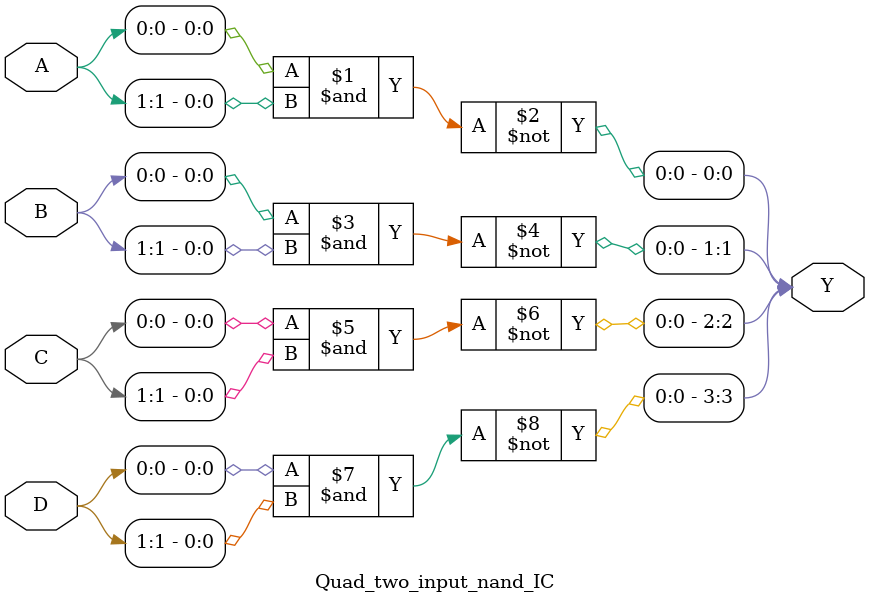
<source format=v>
module Quad_two_input_nand_IC(
    input [1:0] A,//gate 1 inputs
    input [1:0] B,//gate 2 inputs
    input [1:0] C,// gate 3 inputs
    input [1:0] D,// gate 3 inputs
    output [3:0] Y// Outputs
    );

assign Y[0]= ~(A[0]&A[1]);
assign Y[1]= ~(B[0]&B[1]);
assign Y[2]= ~(C[0]&C[1]);
assign Y[3]= ~(D[0]&D[1]);

endmodule

</source>
